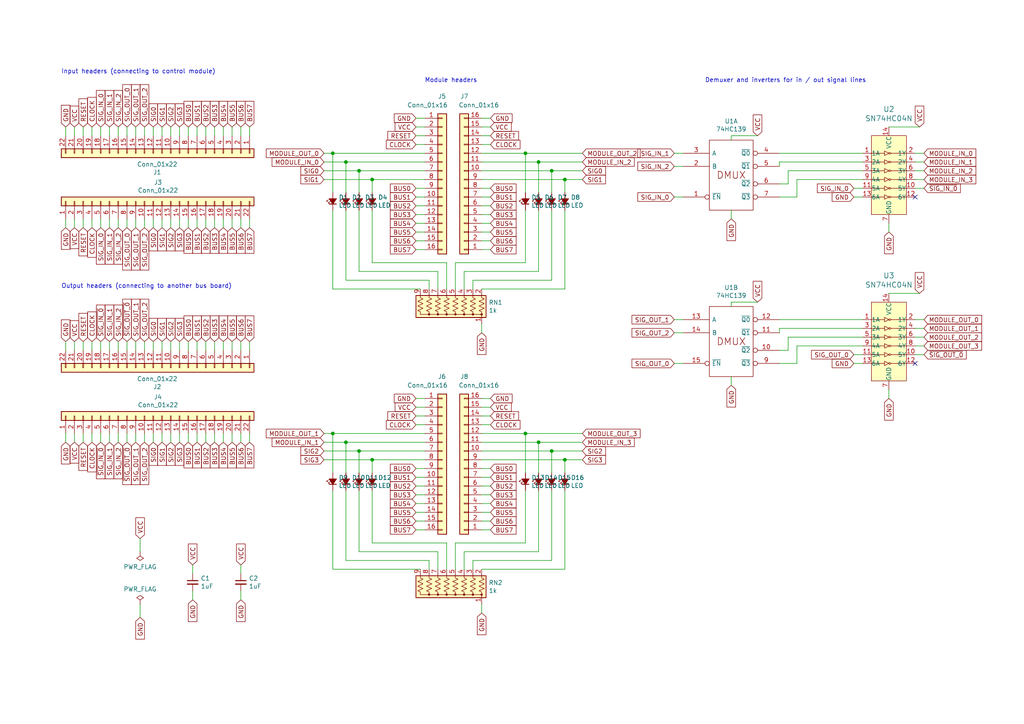
<source format=kicad_sch>
(kicad_sch (version 20230121) (generator eeschema)
  (paper "A4")
  (junction (at 156.21 46.99))
  (junction (at 96.52 44.45))
  (junction (at 107.95 52.07))
  (junction (at 160.02 130.81))
  (junction (at 152.4 125.73))
  (junction (at 107.95 133.35))
  (junction (at 100.33 46.99))
  (junction (at 104.14 130.81))
  (junction (at 96.52 125.73))
  (junction (at 156.21 128.27))
  (junction (at 163.83 52.07))
  (junction (at 152.4 44.45))
  (junction (at 163.83 133.35))
  (junction (at 104.14 49.53))
  (junction (at 100.33 128.27))
  (junction (at 160.02 49.53))
  (no_connect (at 265.43 105.41))
  (no_connect (at 265.43 57.15))
  (wire (pts (xy 134.62 160.02) (xy 156.21 160.02)))
  (wire (pts (xy 266.7 85.09) (xy 257.81 85.09)))
  (wire (pts (xy 93.98 133.35) (xy 107.95 133.35)))
  (wire (pts (xy 120.65 151.13) (xy 123.19 151.13)))
  (wire (pts (xy 69.85 39.37) (xy 69.85 36.83)))
  (wire (pts (xy 31.75 66.04) (xy 31.75 63.5)))
  (wire (pts (xy 104.14 142.24) (xy 104.14 160.02)))
  (wire (pts (xy 19.05 66.04) (xy 19.05 63.5)))
  (wire (pts (xy 41.91 128.27) (xy 41.91 125.73)))
  (wire (pts (xy 120.65 34.29) (xy 123.19 34.29)))
  (wire (pts (xy 36.83 66.04) (xy 36.83 63.5)))
  (wire (pts (xy 195.58 92.71) (xy 198.12 92.71)))
  (wire (pts (xy 228.6 53.34) (xy 226.06 53.34)))
  (wire (pts (xy 124.46 162.56) (xy 124.46 165.1)))
  (wire (pts (xy 226.06 105.41) (xy 231.14 105.41)))
  (wire (pts (xy 34.29 66.04) (xy 34.29 63.5)))
  (wire (pts (xy 69.85 63.5) (xy 69.85 66.04)))
  (wire (pts (xy 46.99 128.27) (xy 46.99 125.73)))
  (wire (pts (xy 46.99 36.83) (xy 46.99 39.37)))
  (wire (pts (xy 96.52 137.16) (xy 96.52 125.73)))
  (wire (pts (xy 107.95 142.24) (xy 107.95 157.48)))
  (wire (pts (xy 265.43 100.33) (xy 267.97 100.33)))
  (wire (pts (xy 67.31 36.83) (xy 67.31 39.37)))
  (wire (pts (xy 100.33 81.28) (xy 124.46 81.28)))
  (wire (pts (xy 212.09 87.63) (xy 212.09 88.9)))
  (wire (pts (xy 21.59 99.06) (xy 21.59 101.6)))
  (wire (pts (xy 44.45 36.83) (xy 44.45 39.37)))
  (wire (pts (xy 104.14 49.53) (xy 123.19 49.53)))
  (wire (pts (xy 64.77 66.04) (xy 64.77 63.5)))
  (wire (pts (xy 120.65 36.83) (xy 123.19 36.83)))
  (wire (pts (xy 72.39 39.37) (xy 72.39 36.83)))
  (wire (pts (xy 72.39 66.04) (xy 72.39 63.5)))
  (wire (pts (xy 100.33 128.27) (xy 123.19 128.27)))
  (wire (pts (xy 67.31 99.06) (xy 67.31 101.6)))
  (wire (pts (xy 160.02 162.56) (xy 137.16 162.56)))
  (wire (pts (xy 142.24 67.31) (xy 139.7 67.31)))
  (wire (pts (xy 142.24 36.83) (xy 139.7 36.83)))
  (wire (pts (xy 142.24 57.15) (xy 139.7 57.15)))
  (wire (pts (xy 132.08 157.48) (xy 132.08 165.1)))
  (wire (pts (xy 21.59 66.04) (xy 21.59 63.5)))
  (wire (pts (xy 62.23 36.83) (xy 62.23 39.37)))
  (wire (pts (xy 120.65 64.77) (xy 123.19 64.77)))
  (wire (pts (xy 168.91 125.73) (xy 152.4 125.73)))
  (wire (pts (xy 195.58 105.41) (xy 198.12 105.41)))
  (wire (pts (xy 29.21 128.27) (xy 29.21 125.73)))
  (wire (pts (xy 265.43 44.45) (xy 267.97 44.45)))
  (wire (pts (xy 142.24 72.39) (xy 139.7 72.39)))
  (wire (pts (xy 120.65 120.65) (xy 123.19 120.65)))
  (wire (pts (xy 219.71 39.37) (xy 212.09 39.37)))
  (wire (pts (xy 120.65 153.67) (xy 123.19 153.67)))
  (wire (pts (xy 39.37 36.83) (xy 39.37 39.37)))
  (wire (pts (xy 142.24 69.85) (xy 139.7 69.85)))
  (wire (pts (xy 120.65 39.37) (xy 123.19 39.37)))
  (wire (pts (xy 72.39 128.27) (xy 72.39 125.73)))
  (wire (pts (xy 104.14 60.96) (xy 104.14 78.74)))
  (wire (pts (xy 96.52 60.96) (xy 96.52 83.82)))
  (wire (pts (xy 168.91 46.99) (xy 156.21 46.99)))
  (wire (pts (xy 36.83 36.83) (xy 36.83 39.37)))
  (wire (pts (xy 265.43 97.79) (xy 267.97 97.79)))
  (wire (pts (xy 142.24 59.69) (xy 139.7 59.69)))
  (wire (pts (xy 67.31 66.04) (xy 67.31 63.5)))
  (wire (pts (xy 163.83 133.35) (xy 139.7 133.35)))
  (wire (pts (xy 152.4 125.73) (xy 139.7 125.73)))
  (wire (pts (xy 156.21 78.74) (xy 156.21 60.96)))
  (wire (pts (xy 26.67 99.06) (xy 26.67 101.6)))
  (wire (pts (xy 41.91 99.06) (xy 41.91 101.6)))
  (wire (pts (xy 226.06 101.6) (xy 228.6 101.6)))
  (wire (pts (xy 231.14 100.33) (xy 231.14 105.41)))
  (wire (pts (xy 100.33 60.96) (xy 100.33 81.28)))
  (wire (pts (xy 142.24 41.91) (xy 139.7 41.91)))
  (wire (pts (xy 168.91 52.07) (xy 163.83 52.07)))
  (wire (pts (xy 24.13 66.04) (xy 24.13 63.5)))
  (wire (pts (xy 104.14 160.02) (xy 127 160.02)))
  (wire (pts (xy 142.24 120.65) (xy 139.7 120.65)))
  (wire (pts (xy 107.95 137.16) (xy 107.95 133.35)))
  (wire (pts (xy 96.52 44.45) (xy 123.19 44.45)))
  (wire (pts (xy 137.16 81.28) (xy 137.16 83.82)))
  (wire (pts (xy 156.21 55.88) (xy 156.21 46.99)))
  (wire (pts (xy 100.33 46.99) (xy 123.19 46.99)))
  (wire (pts (xy 163.83 52.07) (xy 139.7 52.07)))
  (wire (pts (xy 212.09 39.37) (xy 212.09 40.64)))
  (wire (pts (xy 132.08 76.2) (xy 132.08 83.82)))
  (wire (pts (xy 52.07 99.06) (xy 52.07 101.6)))
  (wire (pts (xy 250.19 49.53) (xy 228.6 49.53)))
  (wire (pts (xy 107.95 76.2) (xy 129.54 76.2)))
  (wire (pts (xy 142.24 140.97) (xy 139.7 140.97)))
  (wire (pts (xy 226.06 95.25) (xy 250.19 95.25)))
  (wire (pts (xy 120.65 143.51) (xy 123.19 143.51)))
  (wire (pts (xy 72.39 101.6) (xy 72.39 99.06)))
  (wire (pts (xy 120.65 138.43) (xy 123.19 138.43)))
  (wire (pts (xy 247.65 54.61) (xy 250.19 54.61)))
  (wire (pts (xy 34.29 128.27) (xy 34.29 125.73)))
  (wire (pts (xy 96.52 125.73) (xy 123.19 125.73)))
  (wire (pts (xy 265.43 54.61) (xy 267.97 54.61)))
  (wire (pts (xy 124.46 81.28) (xy 124.46 83.82)))
  (wire (pts (xy 55.88 163.83) (xy 55.88 166.37)))
  (wire (pts (xy 142.24 123.19) (xy 139.7 123.19)))
  (wire (pts (xy 120.65 54.61) (xy 123.19 54.61)))
  (wire (pts (xy 104.14 55.88) (xy 104.14 49.53)))
  (wire (pts (xy 163.83 55.88) (xy 163.83 52.07)))
  (wire (pts (xy 156.21 46.99) (xy 139.7 46.99)))
  (wire (pts (xy 54.61 66.04) (xy 54.61 63.5)))
  (wire (pts (xy 26.67 128.27) (xy 26.67 125.73)))
  (wire (pts (xy 129.54 76.2) (xy 129.54 83.82)))
  (wire (pts (xy 26.67 36.83) (xy 26.67 39.37)))
  (wire (pts (xy 142.24 135.89) (xy 139.7 135.89)))
  (wire (pts (xy 120.65 72.39) (xy 123.19 72.39)))
  (wire (pts (xy 120.65 69.85) (xy 123.19 69.85)))
  (wire (pts (xy 100.33 137.16) (xy 100.33 128.27)))
  (wire (pts (xy 52.07 66.04) (xy 52.07 63.5)))
  (wire (pts (xy 168.91 128.27) (xy 156.21 128.27)))
  (wire (pts (xy 100.33 142.24) (xy 100.33 162.56)))
  (wire (pts (xy 69.85 173.99) (xy 69.85 171.45)))
  (wire (pts (xy 152.4 142.24) (xy 152.4 157.48)))
  (wire (pts (xy 44.45 66.04) (xy 44.45 63.5)))
  (wire (pts (xy 57.15 128.27) (xy 57.15 125.73)))
  (wire (pts (xy 96.52 83.82) (xy 121.92 83.82)))
  (wire (pts (xy 93.98 125.73) (xy 96.52 125.73)))
  (wire (pts (xy 152.4 55.88) (xy 152.4 44.45)))
  (wire (pts (xy 142.24 146.05) (xy 139.7 146.05)))
  (wire (pts (xy 139.7 177.8) (xy 139.7 175.26)))
  (wire (pts (xy 142.24 151.13) (xy 139.7 151.13)))
  (wire (pts (xy 93.98 49.53) (xy 104.14 49.53)))
  (wire (pts (xy 41.91 66.04) (xy 41.91 63.5)))
  (wire (pts (xy 31.75 36.83) (xy 31.75 39.37)))
  (wire (pts (xy 226.06 95.25) (xy 226.06 96.52)))
  (wire (pts (xy 29.21 99.06) (xy 29.21 101.6)))
  (wire (pts (xy 142.24 34.29) (xy 139.7 34.29)))
  (wire (pts (xy 104.14 130.81) (xy 123.19 130.81)))
  (wire (pts (xy 64.77 99.06) (xy 64.77 101.6)))
  (wire (pts (xy 21.59 36.83) (xy 21.59 39.37)))
  (wire (pts (xy 139.7 96.52) (xy 139.7 93.98)))
  (wire (pts (xy 231.14 100.33) (xy 250.19 100.33)))
  (wire (pts (xy 19.05 36.83) (xy 19.05 39.37)))
  (wire (pts (xy 168.91 44.45) (xy 152.4 44.45)))
  (wire (pts (xy 156.21 160.02) (xy 156.21 142.24)))
  (wire (pts (xy 49.53 36.83) (xy 49.53 39.37)))
  (wire (pts (xy 163.83 137.16) (xy 163.83 133.35)))
  (wire (pts (xy 107.95 55.88) (xy 107.95 52.07)))
  (wire (pts (xy 54.61 128.27) (xy 54.61 125.73)))
  (wire (pts (xy 265.43 49.53) (xy 267.97 49.53)))
  (wire (pts (xy 160.02 49.53) (xy 139.7 49.53)))
  (wire (pts (xy 142.24 138.43) (xy 139.7 138.43)))
  (wire (pts (xy 142.24 153.67) (xy 139.7 153.67)))
  (wire (pts (xy 120.65 41.91) (xy 123.19 41.91)))
  (wire (pts (xy 21.59 128.27) (xy 21.59 125.73)))
  (wire (pts (xy 120.65 135.89) (xy 123.19 135.89)))
  (wire (pts (xy 134.62 83.82) (xy 134.62 78.74)))
  (wire (pts (xy 49.53 66.04) (xy 49.53 63.5)))
  (wire (pts (xy 120.65 118.11) (xy 123.19 118.11)))
  (wire (pts (xy 120.65 148.59) (xy 123.19 148.59)))
  (wire (pts (xy 265.43 52.07) (xy 267.97 52.07)))
  (wire (pts (xy 163.83 83.82) (xy 163.83 60.96)))
  (wire (pts (xy 247.65 102.87) (xy 250.19 102.87)))
  (wire (pts (xy 156.21 128.27) (xy 139.7 128.27)))
  (wire (pts (xy 54.61 99.06) (xy 54.61 101.6)))
  (wire (pts (xy 19.05 99.06) (xy 19.05 101.6)))
  (wire (pts (xy 52.07 36.83) (xy 52.07 39.37)))
  (wire (pts (xy 142.24 62.23) (xy 139.7 62.23)))
  (wire (pts (xy 62.23 99.06) (xy 62.23 101.6)))
  (wire (pts (xy 93.98 44.45) (xy 96.52 44.45)))
  (wire (pts (xy 69.85 101.6) (xy 69.85 99.06)))
  (wire (pts (xy 46.99 99.06) (xy 46.99 101.6)))
  (wire (pts (xy 152.4 76.2) (xy 132.08 76.2)))
  (wire (pts (xy 62.23 66.04) (xy 62.23 63.5)))
  (wire (pts (xy 104.14 78.74) (xy 127 78.74)))
  (wire (pts (xy 26.67 66.04) (xy 26.67 63.5)))
  (wire (pts (xy 160.02 81.28) (xy 137.16 81.28)))
  (wire (pts (xy 142.24 148.59) (xy 139.7 148.59)))
  (wire (pts (xy 265.43 95.25) (xy 267.97 95.25)))
  (wire (pts (xy 36.83 128.27) (xy 36.83 125.73)))
  (wire (pts (xy 67.31 128.27) (xy 67.31 125.73)))
  (wire (pts (xy 247.65 105.41) (xy 250.19 105.41)))
  (wire (pts (xy 265.43 92.71) (xy 267.97 92.71)))
  (wire (pts (xy 139.7 165.1) (xy 163.83 165.1)))
  (wire (pts (xy 107.95 133.35) (xy 123.19 133.35)))
  (wire (pts (xy 152.4 44.45) (xy 139.7 44.45)))
  (wire (pts (xy 104.14 137.16) (xy 104.14 130.81)))
  (wire (pts (xy 44.45 99.06) (xy 44.45 101.6)))
  (wire (pts (xy 152.4 157.48) (xy 132.08 157.48)))
  (wire (pts (xy 44.45 128.27) (xy 44.45 125.73)))
  (wire (pts (xy 59.69 66.04) (xy 59.69 63.5)))
  (wire (pts (xy 54.61 36.83) (xy 54.61 39.37)))
  (wire (pts (xy 39.37 128.27) (xy 39.37 125.73)))
  (wire (pts (xy 24.13 36.83) (xy 24.13 39.37)))
  (wire (pts (xy 226.06 57.15) (xy 231.14 57.15)))
  (wire (pts (xy 93.98 46.99) (xy 100.33 46.99)))
  (wire (pts (xy 247.65 57.15) (xy 250.19 57.15)))
  (wire (pts (xy 160.02 142.24) (xy 160.02 162.56)))
  (wire (pts (xy 142.24 54.61) (xy 139.7 54.61)))
  (wire (pts (xy 127 160.02) (xy 127 165.1)))
  (wire (pts (xy 250.19 46.99) (xy 226.06 46.99)))
  (wire (pts (xy 212.09 63.5) (xy 212.09 60.96)))
  (wire (pts (xy 96.52 165.1) (xy 121.92 165.1)))
  (wire (pts (xy 34.29 99.06) (xy 34.29 101.6)))
  (wire (pts (xy 127 78.74) (xy 127 83.82)))
  (wire (pts (xy 107.95 52.07) (xy 123.19 52.07)))
  (wire (pts (xy 195.58 48.26) (xy 198.12 48.26)))
  (wire (pts (xy 142.24 64.77) (xy 139.7 64.77)))
  (wire (pts (xy 250.19 44.45) (xy 226.06 44.45)))
  (wire (pts (xy 59.69 99.06) (xy 59.69 101.6)))
  (wire (pts (xy 100.33 162.56) (xy 124.46 162.56)))
  (wire (pts (xy 24.13 128.27) (xy 24.13 125.73)))
  (wire (pts (xy 41.91 36.83) (xy 41.91 39.37)))
  (wire (pts (xy 168.91 49.53) (xy 160.02 49.53)))
  (wire (pts (xy 257.81 67.31) (xy 257.81 64.77)))
  (wire (pts (xy 39.37 66.04) (xy 39.37 63.5)))
  (wire (pts (xy 137.16 162.56) (xy 137.16 165.1)))
  (wire (pts (xy 100.33 55.88) (xy 100.33 46.99)))
  (wire (pts (xy 59.69 36.83) (xy 59.69 39.37)))
  (wire (pts (xy 69.85 163.83) (xy 69.85 166.37)))
  (wire (pts (xy 163.83 165.1) (xy 163.83 142.24)))
  (wire (pts (xy 24.13 99.06) (xy 24.13 101.6)))
  (wire (pts (xy 228.6 49.53) (xy 228.6 53.34)))
  (wire (pts (xy 120.65 123.19) (xy 123.19 123.19)))
  (wire (pts (xy 231.14 52.07) (xy 231.14 57.15)))
  (wire (pts (xy 49.53 128.27) (xy 49.53 125.73)))
  (wire (pts (xy 195.58 44.45) (xy 198.12 44.45)))
  (wire (pts (xy 152.4 60.96) (xy 152.4 76.2)))
  (wire (pts (xy 39.37 99.06) (xy 39.37 101.6)))
  (wire (pts (xy 31.75 99.06) (xy 31.75 101.6)))
  (wire (pts (xy 195.58 96.52) (xy 198.12 96.52)))
  (wire (pts (xy 93.98 128.27) (xy 100.33 128.27)))
  (wire (pts (xy 160.02 130.81) (xy 160.02 137.16)))
  (wire (pts (xy 142.24 143.51) (xy 139.7 143.51)))
  (wire (pts (xy 57.15 66.04) (xy 57.15 63.5)))
  (wire (pts (xy 57.15 36.83) (xy 57.15 39.37)))
  (wire (pts (xy 168.91 133.35) (xy 163.83 133.35)))
  (wire (pts (xy 160.02 130.81) (xy 139.7 130.81)))
  (wire (pts (xy 34.29 36.83) (xy 34.29 39.37)))
  (wire (pts (xy 228.6 97.79) (xy 250.19 97.79)))
  (wire (pts (xy 142.24 39.37) (xy 139.7 39.37)))
  (wire (pts (xy 46.99 66.04) (xy 46.99 63.5)))
  (wire (pts (xy 120.65 59.69) (xy 123.19 59.69)))
  (wire (pts (xy 129.54 157.48) (xy 129.54 165.1)))
  (wire (pts (xy 195.58 57.15) (xy 198.12 57.15)))
  (wire (pts (xy 250.19 52.07) (xy 231.14 52.07)))
  (wire (pts (xy 160.02 49.53) (xy 160.02 55.88)))
  (wire (pts (xy 31.75 128.27) (xy 31.75 125.73)))
  (wire (pts (xy 107.95 157.48) (xy 129.54 157.48)))
  (wire (pts (xy 142.24 115.57) (xy 139.7 115.57)))
  (wire (pts (xy 152.4 137.16) (xy 152.4 125.73)))
  (wire (pts (xy 120.65 115.57) (xy 123.19 115.57)))
  (wire (pts (xy 120.65 146.05) (xy 123.19 146.05)))
  (wire (pts (xy 134.62 165.1) (xy 134.62 160.02)))
  (wire (pts (xy 265.43 46.99) (xy 267.97 46.99)))
  (wire (pts (xy 40.64 179.07) (xy 40.64 175.26)))
  (wire (pts (xy 156.21 137.16) (xy 156.21 128.27)))
  (wire (pts (xy 212.09 111.76) (xy 212.09 109.22)))
  (wire (pts (xy 160.02 60.96) (xy 160.02 81.28)))
  (wire (pts (xy 120.65 140.97) (xy 123.19 140.97)))
  (wire (pts (xy 69.85 125.73) (xy 69.85 128.27)))
  (wire (pts (xy 107.95 60.96) (xy 107.95 76.2)))
  (wire (pts (xy 36.83 99.06) (xy 36.83 101.6)))
  (wire (pts (xy 93.98 130.81) (xy 104.14 130.81)))
  (wire (pts (xy 134.62 78.74) (xy 156.21 78.74)))
  (wire (pts (xy 226.06 92.71) (xy 250.19 92.71)))
  (wire (pts (xy 40.64 156.21) (xy 40.64 160.02)))
  (wire (pts (xy 265.43 102.87) (xy 267.97 102.87)))
  (wire (pts (xy 59.69 128.27) (xy 59.69 125.73)))
  (wire (pts (xy 226.06 46.99) (xy 226.06 48.26)))
  (wire (pts (xy 120.65 67.31) (xy 123.19 67.31)))
  (wire (pts (xy 266.7 36.83) (xy 257.81 36.83)))
  (wire (pts (xy 120.65 57.15) (xy 123.19 57.15)))
  (wire (pts (xy 57.15 99.06) (xy 57.15 101.6)))
  (wire (pts (xy 49.53 99.06) (xy 49.53 101.6)))
  (wire (pts (xy 52.07 128.27) (xy 52.07 125.73)))
  (wire (pts (xy 29.21 66.04) (xy 29.21 63.5)))
  (wire (pts (xy 168.91 130.81) (xy 160.02 130.81)))
  (wire (pts (xy 142.24 118.11) (xy 139.7 118.11)))
  (wire (pts (xy 62.23 128.27) (xy 62.23 125.73)))
  (wire (pts (xy 120.65 62.23) (xy 123.19 62.23)))
  (wire (pts (xy 96.52 55.88) (xy 96.52 44.45)))
  (wire (pts (xy 19.05 128.27) (xy 19.05 125.73)))
  (wire (pts (xy 29.21 36.83) (xy 29.21 39.37)))
  (wire (pts (xy 219.71 87.63) (xy 212.09 87.63)))
  (wire (pts (xy 257.81 115.57) (xy 257.81 113.03)))
  (wire (pts (xy 228.6 97.79) (xy 228.6 101.6)))
  (wire (pts (xy 139.7 83.82) (xy 163.83 83.82)))
  (wire (pts (xy 64.77 36.83) (xy 64.77 39.37)))
  (wire (pts (xy 93.98 52.07) (xy 107.95 52.07)))
  (wire (pts (xy 96.52 142.24) (xy 96.52 165.1)))
  (wire (pts (xy 55.88 173.99) (xy 55.88 171.45)))
  (wire (pts (xy 64.77 128.27) (xy 64.77 125.73)))
  (text "Module headers" (at 138.43 24.13 0) (effects (font (size 1.27 1.27)) (justify right bottom)))
  (text "Output headers (connecting to another bus board)" (at 17.78 83.82 0) (effects (font (size 1.27 1.27)) (justify left bottom)))
  (text "Input headers (connecting to control module)" (at 17.78 21.59 0) (effects (font (size 1.27 1.27)) (justify left bottom)))
  (text "Demuxer and inverters for in / out signal lines" (at 204.47 24.13 0) (effects (font (size 1.27 1.27)) (justify left bottom)))
  (global_label "SIG2" (shape input) (at 93.98 130.81 180) (property "Intersheetrefs" "${INTERSHEET_REFS}" (effects hide)))
  (global_label "BUS6" (shape input) (at 120.65 151.13 180) (property "Intersheetrefs" "${INTERSHEET_REFS}" (effects hide)))
  (global_label "RESET" (shape input) (at 24.13 36.83 90) (property "Intersheetrefs" "${INTERSHEET_REFS}" (effects hide)))
  (global_label "BUS5" (shape input) (at 120.65 67.31 180) (property "Intersheetrefs" "${INTERSHEET_REFS}" (effects hide)))
  (global_label "BUS3" (shape input) (at 142.24 62.23 0) (property "Intersheetrefs" "${INTERSHEET_REFS}" (effects hide)))
  (global_label "BUS0" (shape input) (at 54.61 36.83 90) (property "Intersheetrefs" "${INTERSHEET_REFS}" (effects hide)))
  (global_label "SIG_IN_2" (shape input) (at 34.29 36.83 90) (property "Intersheetrefs" "${INTERSHEET_REFS}" (effects hide)))
  (global_label "VCC" (shape input) (at 142.24 118.11 0) (property "Intersheetrefs" "${INTERSHEET_REFS}" (effects hide)))
  (global_label "GND" (shape input) (at 120.65 34.29 180) (property "Intersheetrefs" "${INTERSHEET_REFS}" (effects hide)))
  (global_label "SIG_IN_2" (shape input) (at 195.58 48.26 180) (property "Intersheetrefs" "${INTERSHEET_REFS}" (effects hide)))
  (global_label "BUS5" (shape input) (at 67.31 128.27 270) (property "Intersheetrefs" "${INTERSHEET_REFS}" (effects hide)))
  (global_label "MODULE_OUT_1" (shape input) (at 267.97 95.25 0) (property "Intersheetrefs" "${INTERSHEET_REFS}" (effects hide)))
  (global_label "BUS4" (shape input) (at 64.77 36.83 90) (property "Intersheetrefs" "${INTERSHEET_REFS}" (effects hide)))
  (global_label "VCC" (shape input) (at 120.65 118.11 180) (property "Intersheetrefs" "${INTERSHEET_REFS}" (effects hide)))
  (global_label "BUS0" (shape input) (at 142.24 54.61 0) (property "Intersheetrefs" "${INTERSHEET_REFS}" (effects hide)))
  (global_label "MODULE_OUT_1" (shape input) (at 93.98 125.73 180) (property "Intersheetrefs" "${INTERSHEET_REFS}" (effects hide)))
  (global_label "VCC" (shape input) (at 219.71 87.63 90) (property "Intersheetrefs" "${INTERSHEET_REFS}" (effects hide)))
  (global_label "BUS4" (shape input) (at 64.77 99.06 90) (property "Intersheetrefs" "${INTERSHEET_REFS}" (effects hide)))
  (global_label "~{SIG_OUT_0}" (shape input) (at 267.97 102.87 0) (property "Intersheetrefs" "${INTERSHEET_REFS}" (effects hide)))
  (global_label "GND" (shape input) (at 19.05 66.04 270) (property "Intersheetrefs" "${INTERSHEET_REFS}" (effects hide)))
  (global_label "SIG_IN_0" (shape input) (at 29.21 36.83 90) (property "Intersheetrefs" "${INTERSHEET_REFS}" (effects hide)))
  (global_label "SIG0" (shape input) (at 44.45 66.04 270) (property "Intersheetrefs" "${INTERSHEET_REFS}" (effects hide)))
  (global_label "VCC" (shape input) (at 21.59 128.27 270) (property "Intersheetrefs" "${INTERSHEET_REFS}" (effects hide)))
  (global_label "GND" (shape input) (at 55.88 173.99 270) (property "Intersheetrefs" "${INTERSHEET_REFS}" (effects hide)))
  (global_label "GND" (shape input) (at 19.05 36.83 90) (property "Intersheetrefs" "${INTERSHEET_REFS}" (effects hide)))
  (global_label "BUS0" (shape input) (at 54.61 99.06 90) (property "Intersheetrefs" "${INTERSHEET_REFS}" (effects hide)))
  (global_label "SIG_OUT_1" (shape input) (at 195.58 92.71 180) (property "Intersheetrefs" "${INTERSHEET_REFS}" (effects hide)))
  (global_label "SIG_OUT_1" (shape input) (at 39.37 99.06 90) (property "Intersheetrefs" "${INTERSHEET_REFS}" (effects hide)))
  (global_label "SIG_OUT_0" (shape input) (at 195.58 105.41 180) (property "Intersheetrefs" "${INTERSHEET_REFS}" (effects hide)))
  (global_label "BUS1" (shape input) (at 142.24 138.43 0) (property "Intersheetrefs" "${INTERSHEET_REFS}" (effects hide)))
  (global_label "BUS6" (shape input) (at 69.85 66.04 270) (property "Intersheetrefs" "${INTERSHEET_REFS}" (effects hide)))
  (global_label "MODULE_IN_3" (shape input) (at 267.97 52.07 0) (property "Intersheetrefs" "${INTERSHEET_REFS}" (effects hide)))
  (global_label "BUS4" (shape input) (at 120.65 146.05 180) (property "Intersheetrefs" "${INTERSHEET_REFS}" (effects hide)))
  (global_label "BUS7" (shape input) (at 120.65 72.39 180) (property "Intersheetrefs" "${INTERSHEET_REFS}" (effects hide)))
  (global_label "BUS5" (shape input) (at 67.31 66.04 270) (property "Intersheetrefs" "${INTERSHEET_REFS}" (effects hide)))
  (global_label "MODULE_OUT_2" (shape input) (at 267.97 97.79 0) (property "Intersheetrefs" "${INTERSHEET_REFS}" (effects hide)))
  (global_label "BUS6" (shape input) (at 120.65 69.85 180) (property "Intersheetrefs" "${INTERSHEET_REFS}" (effects hide)))
  (global_label "SIG_OUT_0" (shape input) (at 247.65 102.87 180) (property "Intersheetrefs" "${INTERSHEET_REFS}" (effects hide)))
  (global_label "MODULE_IN_1" (shape input) (at 93.98 128.27 180) (property "Intersheetrefs" "${INTERSHEET_REFS}" (effects hide)))
  (global_label "BUS0" (shape input) (at 54.61 66.04 270) (property "Intersheetrefs" "${INTERSHEET_REFS}" (effects hide)))
  (global_label "VCC" (shape input) (at 21.59 66.04 270) (property "Intersheetrefs" "${INTERSHEET_REFS}" (effects hide)))
  (global_label "VCC" (shape input) (at 142.24 36.83 0) (property "Intersheetrefs" "${INTERSHEET_REFS}" (effects hide)))
  (global_label "MODULE_OUT_3" (shape input) (at 267.97 100.33 0) (property "Intersheetrefs" "${INTERSHEET_REFS}" (effects hide)))
  (global_label "RESET" (shape input) (at 24.13 66.04 270) (property "Intersheetrefs" "${INTERSHEET_REFS}" (effects hide)))
  (global_label "BUS5" (shape input) (at 142.24 148.59 0) (property "Intersheetrefs" "${INTERSHEET_REFS}" (effects hide)))
  (global_label "SIG1" (shape input) (at 46.99 99.06 90) (property "Intersheetrefs" "${INTERSHEET_REFS}" (effects hide)))
  (global_label "VCC" (shape input) (at 219.71 39.37 90) (property "Intersheetrefs" "${INTERSHEET_REFS}" (effects hide)))
  (global_label "GND" (shape input) (at 142.24 34.29 0) (property "Intersheetrefs" "${INTERSHEET_REFS}" (effects hide)))
  (global_label "BUS5" (shape input) (at 142.24 67.31 0) (property "Intersheetrefs" "${INTERSHEET_REFS}" (effects hide)))
  (global_label "BUS1" (shape input) (at 142.24 57.15 0) (property "Intersheetrefs" "${INTERSHEET_REFS}" (effects hide)))
  (global_label "~{SIG_IN_0}" (shape input) (at 29.21 99.06 90) (property "Intersheetrefs" "${INTERSHEET_REFS}" (effects hide)))
  (global_label "SIG0" (shape input) (at 44.45 128.27 270) (property "Intersheetrefs" "${INTERSHEET_REFS}" (effects hide)))
  (global_label "SIG_IN_0" (shape input) (at 195.58 57.15 180) (property "Intersheetrefs" "${INTERSHEET_REFS}" (effects hide)))
  (global_label "SIG2" (shape input) (at 168.91 130.81 0) (property "Intersheetrefs" "${INTERSHEET_REFS}" (effects hide)))
  (global_label "BUS2" (shape input) (at 59.69 128.27 270) (property "Intersheetrefs" "${INTERSHEET_REFS}" (effects hide)))
  (global_label "GND" (shape input) (at 19.05 128.27 270) (property "Intersheetrefs" "${INTERSHEET_REFS}" (effects hide)))
  (global_label "CLOCK" (shape input) (at 26.67 36.83 90) (property "Intersheetrefs" "${INTERSHEET_REFS}" (effects hide)))
  (global_label "BUS3" (shape input) (at 120.65 143.51 180) (property "Intersheetrefs" "${INTERSHEET_REFS}" (effects hide)))
  (global_label "BUS2" (shape input) (at 120.65 59.69 180) (property "Intersheetrefs" "${INTERSHEET_REFS}" (effects hide)))
  (global_label "SIG0" (shape input) (at 168.91 49.53 0) (property "Intersheetrefs" "${INTERSHEET_REFS}" (effects hide)))
  (global_label "RESET" (shape input) (at 120.65 120.65 180) (property "Intersheetrefs" "${INTERSHEET_REFS}" (effects hide)))
  (global_label "SIG_OUT_2" (shape input) (at 41.91 66.04 270) (property "Intersheetrefs" "${INTERSHEET_REFS}" (effects hide)))
  (global_label "SIG_IN_0" (shape input) (at 29.21 66.04 270) (property "Intersheetrefs" "${INTERSHEET_REFS}" (effects hide)))
  (global_label "~{SIG_OUT_0}" (shape input) (at 36.83 99.06 90) (property "Intersheetrefs" "${INTERSHEET_REFS}" (effects hide)))
  (global_label "SIG_IN_2" (shape input) (at 34.29 128.27 270) (property "Intersheetrefs" "${INTERSHEET_REFS}" (effects hide)))
  (global_label "SIG_IN_1" (shape input) (at 31.75 128.27 270) (property "Intersheetrefs" "${INTERSHEET_REFS}" (effects hide)))
  (global_label "BUS6" (shape input) (at 142.24 151.13 0) (property "Intersheetrefs" "${INTERSHEET_REFS}" (effects hide)))
  (global_label "VCC" (shape input) (at 69.85 163.83 90) (property "Intersheetrefs" "${INTERSHEET_REFS}" (effects hide)))
  (global_label "BUS7" (shape input) (at 72.39 128.27 270) (property "Intersheetrefs" "${INTERSHEET_REFS}" (effects hide)))
  (global_label "BUS4" (shape input) (at 64.77 128.27 270) (property "Intersheetrefs" "${INTERSHEET_REFS}" (effects hide)))
  (global_label "CLOCK" (shape input) (at 26.67 99.06 90) (property "Intersheetrefs" "${INTERSHEET_REFS}" (effects hide)))
  (global_label "RESET" (shape input) (at 24.13 128.27 270) (property "Intersheetrefs" "${INTERSHEET_REFS}" (effects hide)))
  (global_label "BUS2" (shape input) (at 59.69 36.83 90) (property "Intersheetrefs" "${INTERSHEET_REFS}" (effects hide)))
  (global_label "BUS6" (shape input) (at 69.85 99.06 90) (property "Intersheetrefs" "${INTERSHEET_REFS}" (effects hide)))
  (global_label "BUS7" (shape input) (at 72.39 36.83 90) (property "Intersheetrefs" "${INTERSHEET_REFS}" (effects hide)))
  (global_label "BUS2" (shape input) (at 120.65 140.97 180) (property "Intersheetrefs" "${INTERSHEET_REFS}" (effects hide)))
  (global_label "GND" (shape input) (at 120.65 115.57 180) (property "Intersheetrefs" "${INTERSHEET_REFS}" (effects hide)))
  (global_label "BUS3" (shape input) (at 62.23 99.06 90) (property "Intersheetrefs" "${INTERSHEET_REFS}" (effects hide)))
  (global_label "BUS6" (shape input) (at 142.24 69.85 0) (property "Intersheetrefs" "${INTERSHEET_REFS}" (effects hide)))
  (global_label "SIG3" (shape input) (at 52.07 99.06 90) (property "Intersheetrefs" "${INTERSHEET_REFS}" (effects hide)))
  (global_label "SIG2" (shape input) (at 49.53 36.83 90) (property "Intersheetrefs" "${INTERSHEET_REFS}" (effects hide)))
  (global_label "GND" (shape input) (at 257.81 115.57 270) (property "Intersheetrefs" "${INTERSHEET_REFS}" (effects hide)))
  (global_label "VCC" (shape input) (at 21.59 99.06 90) (property "Intersheetrefs" "${INTERSHEET_REFS}" (effects hide)))
  (global_label "CLOCK" (shape input) (at 142.24 123.19 0) (property "Intersheetrefs" "${INTERSHEET_REFS}" (effects hide)))
  (global_label "SIG1" (shape input) (at 93.98 52.07 180) (property "Intersheetrefs" "${INTERSHEET_REFS}" (effects hide)))
  (global_label "MODULE_IN_3" (shape input) (at 168.91 128.27 0) (property "Intersheetrefs" "${INTERSHEET_REFS}" (effects hide)))
  (global_label "SIG2" (shape input) (at 49.53 99.06 90) (property "Intersheetrefs" "${INTERSHEET_REFS}" (effects hide)))
  (global_label "MODULE_OUT_2" (shape input) (at 168.91 44.45 0) (property "Intersheetrefs" "${INTERSHEET_REFS}" (effects hide)))
  (global_label "BUS7" (shape input) (at 142.24 153.67 0) (property "Intersheetrefs" "${INTERSHEET_REFS}" (effects hide)))
  (global_label "SIG_OUT_1" (shape input) (at 39.37 66.04 270) (property "Intersheetrefs" "${INTERSHEET_REFS}" (effects hide)))
  (global_label "~{SIG_OUT_0}" (shape input) (at 36.83 128.27 270) (property "Intersheetrefs" "${INTERSHEET_REFS}" (effects hide)))
  (global_label "VCC" (shape input) (at 21.59 36.83 90) (property "Intersheetrefs" "${INTERSHEET_REFS}" (effects hide)))
  (global_label "BUS4" (shape input) (at 64.77 66.04 270) (property "Intersheetrefs" "${INTERSHEET_REFS}" (effects hide)))
  (global_label "BUS3" (shape input) (at 62.23 128.27 270) (property "Intersheetrefs" "${INTERSHEET_REFS}" (effects hide)))
  (global_label "BUS7" (shape input) (at 72.39 66.04 270) (property "Intersheetrefs" "${INTERSHEET_REFS}" (effects hide)))
  (global_label "CLOCK" (shape input) (at 120.65 41.91 180) (property "Intersheetrefs" "${INTERSHEET_REFS}" (effects hide)))
  (global_label "VCC" (shape input) (at 120.65 36.83 180) (property "Intersheetrefs" "${INTERSHEET_REFS}" (effects hide)))
  (global_label "RESET" (shape input) (at 120.65 39.37 180) (property "Intersheetrefs" "${INTERSHEET_REFS}" (effects hide)))
  (global_label "GND" (shape input) (at 19.05 99.06 90) (property "Intersheetrefs" "${INTERSHEET_REFS}" (effects hide)))
  (global_label "VCC" (shape input) (at 40.64 156.21 90) (property "Intersheetrefs" "${INTERSHEET_REFS}" (effects hide)))
  (global_label "RESET" (shape input) (at 142.24 39.37 0) (property "Intersheetrefs" "${INTERSHEET_REFS}" (effects hide)))
  (global_label "GND" (shape input) (at 212.09 63.5 270) (property "Intersheetrefs" "${INTERSHEET_REFS}" (effects hide)))
  (global_label "VCC" (shape input) (at 55.88 163.83 90) (property "Intersheetrefs" "${INTERSHEET_REFS}" (effects hide)))
  (global_label "BUS3" (shape input) (at 62.23 66.04 270) (property "Intersheetrefs" "${INTERSHEET_REFS}" (effects hide)))
  (global_label "GND" (shape input) (at 212.09 111.76 270) (property "Intersheetrefs" "${INTERSHEET_REFS}" (effects hide)))
  (global_label "SIG0" (shape input) (at 93.98 49.53 180) (property "Intersheetrefs" "${INTERSHEET_REFS}" (effects hide)))
  (global_label "SIG0" (shape input) (at 44.45 99.06 90) (property "Intersheetrefs" "${INTERSHEET_REFS}" (effects hide)))
  (global_label "BUS2" (shape input) (at 142.24 59.69 0) (property "Intersheetrefs" "${INTERSHEET_REFS}" (effects hide)))
  (global_label "CLOCK" (shape input) (at 120.65 123.19 180) (property "Intersheetrefs" "${INTERSHEET_REFS}" (effects hide)))
  (global_label "MODULE_OUT_3" (shape input) (at 168.91 125.73 0) (property "Intersheetrefs" "${INTERSHEET_REFS}" (effects hide)))
  (global_label "BUS1" (shape input) (at 120.65 57.15 180) (property "Intersheetrefs" "${INTERSHEET_REFS}" (effects hide)))
  (global_label "BUS4" (shape input) (at 142.24 146.05 0) (property "Intersheetrefs" "${INTERSHEET_REFS}" (effects hide)))
  (global_label "SIG_OUT_2" (shape input) (at 41.91 128.27 270) (property "Intersheetrefs" "${INTERSHEET_REFS}" (effects hide)))
  (global_label "CLOCK" (shape input) (at 26.67 66.04 270) (property "Intersheetrefs" "${INTERSHEET_REFS}" (effects hide)))
  (global_label "BUS1" (shape input) (at 57.15 36.83 90) (property "Intersheetrefs" "${INTERSHEET_REFS}" (effects hide)))
  (global_label "BUS0" (shape input) (at 120.65 135.89 180) (property "Intersheetrefs" "${INTERSHEET_REFS}" (effects hide)))
  (global_label "BUS3" (shape input) (at 62.23 36.83 90) (property "Intersheetrefs" "${INTERSHEET_REFS}" (effects hide)))
  (global_label "SIG_IN_1" (shape input) (at 31.75 66.04 270) (property "Intersheetrefs" "${INTERSHEET_REFS}" (effects hide)))
  (global_label "SIG_OUT_0" (shape input) (at 36.83 36.83 90) (property "Intersheetrefs" "${INTERSHEET_REFS}" (effects hide)))
  (global_label "BUS1" (shape input) (at 57.15 128.27 270) (property "Intersheetrefs" "${INTERSHEET_REFS}" (effects hide)))
  (global_label "MODULE_IN_2" (shape input) (at 168.91 46.99 0) (property "Intersheetrefs" "${INTERSHEET_REFS}" (effects hide)))
  (global_label "SIG_OUT_1" (shape input) (at 39.37 36.83 90) (property "Intersheetrefs" "${INTERSHEET_REFS}" (effects hide)))
  (global_label "BUS0" (shape input) (at 54.61 128.27 270) (property "Intersheetrefs" "${INTERSHEET_REFS}" (effects hide)))
  (global_label "SIG_OUT_2" (shape input) (at 41.91 36.83 90) (property "Intersheetrefs" "${INTERSHEET_REFS}" (effects hide)))
  (global_label "SIG3" (shape input) (at 93.98 133.35 180) (property "Intersheetrefs" "${INTERSHEET_REFS}" (effects hide)))
  (global_label "BUS0" (shape input) (at 120.65 54.61 180) (property "Intersheetrefs" "${INTERSHEET_REFS}" (effects hide)))
  (global_label "BUS5" (shape input) (at 67.31 36.83 90) (property "Intersheetrefs" "${INTERSHEET_REFS}" (effects hide)))
  (global_label "BUS5" (shape input) (at 67.31 99.06 90) (property "Intersheetrefs" "${INTERSHEET_REFS}" (effects hide)))
  (global_label "SIG_OUT_2" (shape input) (at 41.91 99.06 90) (property "Intersheetrefs" "${INTERSHEET_REFS}" (effects hide)))
  (global_label "SIG3" (shape input) (at 52.07 36.83 90) (property "Intersheetrefs" "${INTERSHEET_REFS}" (effects hide)))
  (global_label "SIG3" (shape input) (at 168.91 133.35 0) (property "Intersheetrefs" "${INTERSHEET_REFS}" (effects hide)))
  (global_label "BUS2" (shape input) (at 142.24 140.97 0) (property "Intersheetrefs" "${INTERSHEET_REFS}" (effects hide)))
  (global_label "GND" (shape input) (at 139.7 177.8 270) (property "Intersheetrefs" "${INTERSHEET_REFS}" (effects hide)))
  (global_label "BUS7" (shape input) (at 142.24 72.39 0) (property "Intersheetrefs" "${INTERSHEET_REFS}" (effects hide)))
  (global_label "RESET" (shape input) (at 142.24 120.65 0) (property "Intersheetrefs" "${INTERSHEET_REFS}" (effects hide)))
  (global_label "BUS6" (shape input) (at 69.85 128.27 270) (property "Intersheetrefs" "${INTERSHEET_REFS}" (effects hide)))
  (global_label "SIG0" (shape input) (at 44.45 36.83 90) (property "Intersheetrefs" "${INTERSHEET_REFS}" (effects hide)))
  (global_label "SIG_IN_1" (shape input) (at 195.58 44.45 180) (property "Intersheetrefs" "${INTERSHEET_REFS}" (effects hide)))
  (global_label "SIG_OUT_0" (shape input) (at 36.83 66.04 270) (property "Intersheetrefs" "${INTERSHEET_REFS}" (effects hide)))
  (global_label "BUS6" (shape input) (at 69.85 36.83 90) (property "Intersheetrefs" "${INTERSHEET_REFS}" (effects hide)))
  (global_label "SIG3" (shape input) (at 52.07 66.04 270) (property "Intersheetrefs" "${INTERSHEET_REFS}" (effects hide)))
  (global_label "SIG3" (shape input) (at 52.07 128.27 270) (property "Intersheetrefs" "${INTERSHEET_REFS}" (effects hide)))
  (global_label "BUS4" (shape input) (at 142.24 64.77 0) (property "Intersheetrefs" "${INTERSHEET_REFS}" (effects hide)))
  (global_label "BUS2" (shape input) (at 59.69 66.04 270) (property "Intersheetrefs" "${INTERSHEET_REFS}" (effects hide)))
  (global_label "SIG_IN_2" (shape input) (at 34.29 66.04 270) (property "Intersheetrefs" "${INTERSHEET_REFS}" (effects hide)))
  (global_label "SIG_IN_0" (shape input) (at 247.65 54.61 180) (property "Intersheetrefs" "${INTERSHEET_REFS}" (effects hide)))
  (global_label "GND" (shape input) (at 247.65 105.41 180) (property "Intersheetrefs" "${INTERSHEET_REFS}" (effects hide)))
  (global_label "BUS1" (shape input) (at 57.15 66.04 270) (property "Intersheetrefs" "${INTERSHEET_REFS}" (effects hide)))
  (global_label "SIG1" (shape input) (at 46.99 128.27 270) (property "Intersheetrefs" "${INTERSHEET_REFS}" (effects hide)))
  (global_label "BUS1" (shape input) (at 120.65 138.43 180) (property "Intersheetrefs" "${INTERSHEET_REFS}" (effects hide)))
  (global_label "~{SIG_IN_0}" (shape input) (at 29.21 128.27 270) (property "Intersheetrefs" "${INTERSHEET_REFS}" (effects hide)))
  (global_label "GND" (shape input) (at 142.24 115.57 0) (property "Intersheetrefs" "${INTERSHEET_REFS}" (effects hide)))
  (global_label "BUS7" (shape input) (at 120.65 153.67 180) (property "Intersheetrefs" "${INTERSHEET_REFS}" (effects hide)))
  (global_label "GND" (shape input) (at 247.65 57.15 180) (property "Intersheetrefs" "${INTERSHEET_REFS}" (effects hide)))
  (global_label "~{SIG_IN_0}" (shape input) (at 267.97 54.61 0) (property "Intersheetrefs" "${INTERSHEET_REFS}" (effects hide)))
  (global_label "MODULE_IN_0" (shape input) (at 267.97 44.45 0) (property "Intersheetrefs" "${INTERSHEET_REFS}" (effects hide)))
  (global_label "MODULE_IN_1" (shape input) (at 267.97 46.99 0) (property "Intersheetrefs" "${INTERSHEET_REFS}" (effects hide)))
  (global_label "BUS4" (shape input) (at 120.65 64.77 180) (property "Intersheetrefs" "${INTERSHEET_REFS}" (effects hide)))
  (global_label "BUS3" (shape input) (at 120.65 62.23 180) (property "Intersheetrefs" "${INTERSHEET_REFS}" (effects hide)))
  (global_label "BUS3" (shape input) (at 142.24 143.51 0) (property "Intersheetrefs" "${INTERSHEET_REFS}" (effects hide)))
  (global_label "GND" (shape input) (at 257.81 67.31 270) (property "Intersheetrefs" "${INTERSHEET_REFS}" (effects hide)))
  (global_label "CLOCK" (shape input) (at 26.67 128.27 270) (property "Intersheetrefs" "${INTERSHEET_REFS}" (effects hide)))
  (global_label "BUS1" (shape input) (at 57.15 99.06 90) (property "Intersheetrefs" "${INTERSHEET_REFS}" (effects hide)))
  (global_label "SIG_IN_2" (shape input) (at 34.29 99.06 90) (property "Intersheetrefs" "${INTERSHEET_REFS}" (effects hide)))
  (global_label "GND" (shape input) (at 40.64 179.07 270) (property "Intersheetrefs" "${INTERSHEET_REFS}" (effects hide)))
  (global_label "MODULE_IN_2" (shape input) (at 267.97 49.53 0) (property "Intersheetrefs" "${INTERSHEET_REFS}" (effects hide)))
  (global_label "GND" (shape input) (at 139.7 96.52 270) (property "Intersheetrefs" "${INTERSHEET_REFS}" (effects hide)))
  (global_label "SIG2" (shape input) (at 49.53 128.27 270) (property "Intersheetrefs" "${INTERSHEET_REFS}" (effects hide)))
  (global_label "MODULE_IN_0" (shape input) (at 93.98 46.99 180) (property "Intersheetrefs" "${INTERSHEET_REFS}" (effects hide)))
  (global_label "SIG_IN_1" (shape input) (at 31.75 36.83 90) (property "Intersheetrefs" "${INTERSHEET_REFS}" (effects hide)))
  (global_label "MODULE_OUT_0" (shape input) (at 267.97 92.71 0) (property "Intersheetrefs" "${INTERSHEET_REFS}" (effects hide)))
  (global_label "CLOCK" (shape input) (at 142.24 41.91 0) (property "Intersheetrefs" "${INTERSHEET_REFS}" (effects hide)))
  (global_label "VCC" (shape input) (at 266.7 36.83 90) (property "Intersheetrefs" "${INTERSHEET_REFS}" (effects hide)))
  (global_label "MODULE_OUT_0" (shape input) (at 93.98 44.45 180) (property "Intersheetrefs" "${INTERSHEET_REFS}" (effects hide)))
  (global_label "SIG2" (shape input) (at 49.53 66.04 270) (property "Intersheetrefs" "${INTERSHEET_REFS}" (effects hide)))
  (global_label "BUS5" (shape input) (at 120.65 148.59 180) (property "Intersheetrefs" "${INTERSHEET_REFS}" (effects hide)))
  (global_label "SIG1" (shape input) (at 168.91 52.07 0) (property "Intersheetrefs" "${INTERSHEET_REFS}" (effects hide)))
  (global_label "RESET" (shape input) (at 24.13 99.06 90) (property "Intersheetrefs" "${INTERSHEET_REFS}" (effects hide)))
  (global_label "BUS7" (shape input) (at 72.39 99.06 90) (property "Intersheetrefs" "${INTERSHEET_REFS}" (effects hide)))
  (global_label "SIG1" (shape input) (at 46.99 36.83 90) (property "Intersheetrefs" "${INTERSHEET_REFS}" (effects hide)))
  (global_label "BUS2" (shape input) (at 59.69 99.06 90) (property "Intersheetrefs" "${INTERSHEET_REFS}" (effects hide)))
  (global_label "SIG_OUT_2" (shape input) (at 195.58 96.52 180) (property "Intersheetrefs" "${INTERSHEET_REFS}" (effects hide)))
  (global_label "VCC" (shape input) (at 266.7 85.09 90) (property "Intersheetrefs" "${INTERSHEET_REFS}" (effects hide)))
  (global_label "GND" (shape input) (at 69.85 173.99 270) (property "Intersheetrefs" "${INTERSHEET_REFS}" (effects hide)))
  (global_label "SIG_IN_1" (shape input) (at 31.75 99.06 90) (property "Intersheetrefs" "${INTERSHEET_REFS}" (effects hide)))
  (global_label "SIG_OUT_1" (shape input) (at 39.37 128.27 270) (property "Intersheetrefs" "${INTERSHEET_REFS}" (effects hide)))
  (global_label "SIG1" (shape input) (at 46.99 66.04 270) (property "Intersheetrefs" "${INTERSHEET_REFS}" (effects hide)))
  (global_label "BUS0" (shape input) (at 142.24 135.89 0) (property "Intersheetrefs" "${INTERSHEET_REFS}" (effects hide)))
  (symbol (lib_id "Connector_Generic:Conn_01x22") (at 46.99 44.45 270) (unit 1)
    (property "Reference" "J1" (at 45.6184 49.9618 90))
    (property "Value" "Conn_01x22" (at 45.6184 47.6504 90))
    (property "Footprint" "Connector_PinHeader_2.54mm:PinHeader_1x22_P2.54mm_Horizontal" (effects hide))
  )
  (symbol (lib_id "Connector_Generic:Conn_01x22") (at 44.45 58.42 90) (unit 1)
    (property "Reference" "J3" (at 45.8216 52.9082 90))
    (property "Value" "Conn_01x22" (at 45.8216 55.2196 90))
    (property "Footprint" "Connector_PinHeader_2.54mm:PinHeader_1x22_P2.54mm_Horizontal" (effects hide))
  )
  (symbol (lib_id "Connector_Generic:Conn_01x16") (at 128.27 52.07 0) (unit 1)
    (property "Reference" "J5" (at 127 27.94 0) (effects (justify left)))
    (property "Value" "Conn_01x16" (at 118.11 30.48 0) (effects (justify left)))
    (property "Footprint" "Connector_PinSocket_2.54mm:PinSocket_1x16_P2.54mm_Horizontal" (effects hide))
  )
  (symbol (lib_id "Connector_Generic:Conn_01x16") (at 134.62 54.61 180) (unit 1)
    (property "Reference" "J7" (at 135.89 27.94 0) (effects (justify left)))
    (property "Value" "Conn_01x16" (at 144.78 30.48 0) (effects (justify left)))
    (property "Footprint" "Connector_PinSocket_2.54mm:PinSocket_1x16_P2.54mm_Horizontal" (effects hide))
  )
  (symbol (lib_id "Connector_Generic:Conn_01x16") (at 128.27 133.35 0) (unit 1)
    (property "Reference" "J6" (at 127 109.22 0) (effects (justify left)))
    (property "Value" "Conn_01x16" (at 118.11 111.76 0) (effects (justify left)))
    (property "Footprint" "Connector_PinSocket_2.54mm:PinSocket_1x16_P2.54mm_Horizontal" (effects hide))
  )
  (symbol (lib_id "Connector_Generic:Conn_01x16") (at 134.62 135.89 180) (unit 1)
    (property "Reference" "J8" (at 135.89 109.22 0) (effects (justify left)))
    (property "Value" "Conn_01x16" (at 144.78 111.76 0) (effects (justify left)))
    (property "Footprint" "Connector_PinSocket_2.54mm:PinSocket_1x16_P2.54mm_Horizontal" (effects hide))
  )
  (symbol (lib_id "Bus-rescue:74LS139-74xx_IEEE") (at 212.09 50.8 0) (unit 1)
    (property "Reference" "U1" (at 212.09 35.1536 0))
    (property "Value" "74HC139" (at 212.09 37.465 0))
    (property "Footprint" "Package_DIP:DIP-16_W7.62mm" (effects hide))
  )
  (symbol (lib_id "Bus-rescue:74LS139-74xx_IEEE") (at 212.09 99.06 0) (unit 2)
    (property "Reference" "U1" (at 212.09 83.4136 0))
    (property "Value" "74HC139" (at 212.09 85.725 0))
    (property "Footprint" "Package_DIP:DIP-16_W7.62mm" (effects hide))
  )
  (symbol (lib_id "Bus-rescue:SN74LS04N-dk_Logic-Gates-and-Inverters") (at 257.81 52.07 0) (unit 1)
    (property "Reference" "U2" (at 257.81 31.6738 0) (effects (font (size 1.524 1.524))))
    (property "Value" "SN74HC04N" (at 257.81 34.3662 0) (effects (font (size 1.524 1.524))))
    (property "Footprint" "Package_DIP:DIP-14_W7.62mm" (effects hide))
    (property "Datasheet" "http://www.ti.com/lit/ds/symlink/sn74ls04.pdf" (effects hide))
    (property "Digi-Key_PN" "296-1629-5-ND" (effects hide))
    (property "MPN" "SN74LS04N" (effects hide))
    (property "Category" "Integrated Circuits (ICs)" (effects hide))
    (property "Family" "Logic - Gates and Inverters" (effects hide))
    (property "DK_Datasheet_Link" "http://www.ti.com/lit/ds/symlink/sn74ls04.pdf" (effects hide))
    (property "DK_Detail_Page" "/product-detail/en/texas-instruments/SN74LS04N/296-1629-5-ND/277275" (effects hide))
    (property "Description" "IC INVERTER 6CH 6-INP 14DIP" (effects hide))
    (property "Manufacturer" "Texas Instruments" (effects hide))
    (property "Status" "Active" (effects hide))
  )
  (symbol (lib_id "Bus-rescue:SN74LS04N-dk_Logic-Gates-and-Inverters") (at 257.81 100.33 0) (unit 1)
    (property "Reference" "U3" (at 257.81 79.9338 0) (effects (font (size 1.524 1.524))))
    (property "Value" "SN74HC04N" (at 257.81 82.6262 0) (effects (font (size 1.524 1.524))))
    (property "Footprint" "Package_DIP:DIP-14_W7.62mm" (effects hide))
    (property "Datasheet" "http://www.ti.com/lit/ds/symlink/sn74ls04.pdf" (effects hide))
    (property "Digi-Key_PN" "296-1629-5-ND" (effects hide))
    (property "MPN" "SN74LS04N" (effects hide))
    (property "Category" "Integrated Circuits (ICs)" (effects hide))
    (property "Family" "Logic - Gates and Inverters" (effects hide))
    (property "DK_Datasheet_Link" "http://www.ti.com/lit/ds/symlink/sn74ls04.pdf" (effects hide))
    (property "DK_Detail_Page" "/product-detail/en/texas-instruments/SN74LS04N/296-1629-5-ND/277275" (effects hide))
    (property "Description" "IC INVERTER 6CH 6-INP 14DIP" (effects hide))
    (property "Manufacturer" "Texas Instruments" (effects hide))
    (property "Status" "Active" (effects hide))
  )
  (symbol (lib_id "Connector_Generic:Conn_01x22") (at 46.99 106.68 270) (unit 1)
    (property "Reference" "J2" (at 45.6184 112.1918 90))
    (property "Value" "Conn_01x22" (at 45.6184 109.8804 90))
    (property "Footprint" "Connector_PinSocket_2.54mm:PinSocket_1x22_P2.54mm_Horizontal" (effects hide))
  )
  (symbol (lib_id "Connector_Generic:Conn_01x22") (at 44.45 120.65 90) (unit 1)
    (property "Reference" "J4" (at 45.8216 115.1382 90))
    (property "Value" "Conn_01x22" (at 45.8216 117.4496 90))
    (property "Footprint" "Connector_PinSocket_2.54mm:PinSocket_1x22_P2.54mm_Horizontal" (effects hide))
  )
  (symbol (lib_id "power:PWR_FLAG") (at 40.64 160.02 180) (unit 1)
    (property "Reference" "#FLG01" (effects hide))
    (property "Value" "PWR_FLAG" (at 40.64 164.4142 0))
  )
  (symbol (lib_id "power:PWR_FLAG") (at 40.64 175.26 0) (unit 1)
    (property "Reference" "#FLG02" (effects hide))
    (property "Value" "PWR_FLAG" (at 40.64 170.8658 0))
  )
  (symbol (lib_id "Device:C_Small") (at 55.88 168.91 0) (unit 1)
    (property "Reference" "C1" (at 58.2168 167.7416 0) (effects (justify left)))
    (property "Value" "1uF" (at 58.2168 170.053 0) (effects (justify left)))
    (property "Footprint" "Capacitor_THT:C_Disc_D3.4mm_W2.1mm_P2.50mm" (effects hide))
  )
  (symbol (lib_id "Device:C_Small") (at 69.85 168.91 0) (unit 1)
    (property "Reference" "C2" (at 72.1868 167.7416 0) (effects (justify left)))
    (property "Value" "1uF" (at 72.1868 170.053 0) (effects (justify left)))
    (property "Footprint" "Capacitor_THT:C_Disc_D3.4mm_W2.1mm_P2.50mm" (effects hide))
  )
  (symbol (lib_id "Device:R_Network08_US") (at 129.54 88.9 180) (unit 1)
    (property "Reference" "RN1" (at 141.732 87.7316 0) (effects (justify right)))
    (property "Value" "1k" (at 141.732 90.043 0) (effects (justify right)))
    (property "Footprint" "Resistor_THT:R_Array_SIP9" (effects hide))
    (property "Datasheet" "http://www.vishay.com/docs/31509/csc.pdf" (effects hide))
  )
  (symbol (lib_id "Bus-rescue:LED_Small_ALT-Device") (at 96.52 58.42 90) (unit 1)
    (property "Reference" "D1" (at 98.2472 57.2516 90) (effects (justify right)))
    (property "Value" "LED" (at 98.2472 59.563 90) (effects (justify right)))
    (property "Footprint" "LED_THT:LED_D3.0mm_Clear" (effects hide))
  )
  (symbol (lib_id "Bus-rescue:LED_Small_ALT-Device") (at 100.33 58.42 90) (unit 1)
    (property "Reference" "D2" (at 102.0572 57.2516 90) (effects (justify right)))
    (property "Value" "LED" (at 102.0572 59.563 90) (effects (justify right)))
    (property "Footprint" "LED_THT:LED_D3.0mm_Clear" (effects hide))
  )
  (symbol (lib_id "Bus-rescue:LED_Small_ALT-Device") (at 104.14 58.42 90) (unit 1)
    (property "Reference" "D3" (at 105.8672 57.2516 90) (effects (justify right)))
    (property "Value" "LED" (at 105.8672 59.563 90) (effects (justify right)))
    (property "Footprint" "LED_THT:LED_D3.0mm_Clear" (effects hide))
  )
  (symbol (lib_id "Bus-rescue:LED_Small_ALT-Device") (at 107.95 58.42 90) (unit 1)
    (property "Reference" "D4" (at 109.6772 57.2516 90) (effects (justify right)))
    (property "Value" "LED" (at 109.6772 59.563 90) (effects (justify right)))
    (property "Footprint" "LED_THT:LED_D3.0mm_Clear" (effects hide))
  )
  (symbol (lib_id "Bus-rescue:LED_Small_ALT-Device") (at 152.4 58.42 90) (unit 1)
    (property "Reference" "D5" (at 154.1272 57.2516 90) (effects (justify right)))
    (property "Value" "LED" (at 154.1272 59.563 90) (effects (justify right)))
    (property "Footprint" "LED_THT:LED_D3.0mm_Clear" (effects hide))
  )
  (symbol (lib_id "Bus-rescue:LED_Small_ALT-Device") (at 156.21 58.42 90) (unit 1)
    (property "Reference" "D6" (at 157.9372 57.2516 90) (effects (justify right)))
    (property "Value" "LED" (at 157.9372 59.563 90) (effects (justify right)))
    (property "Footprint" "LED_THT:LED_D3.0mm_Clear" (effects hide))
  )
  (symbol (lib_id "Bus-rescue:LED_Small_ALT-Device") (at 160.02 58.42 90) (unit 1)
    (property "Reference" "D7" (at 161.7472 57.2516 90) (effects (justify right)))
    (property "Value" "LED" (at 161.7472 59.563 90) (effects (justify right)))
    (property "Footprint" "LED_THT:LED_D3.0mm_Clear" (effects hide))
  )
  (symbol (lib_id "Bus-rescue:LED_Small_ALT-Device") (at 163.83 58.42 90) (unit 1)
    (property "Reference" "D8" (at 165.5572 57.2516 90) (effects (justify right)))
    (property "Value" "LED" (at 165.5572 59.563 90) (effects (justify right)))
    (property "Footprint" "LED_THT:LED_D3.0mm_Clear" (effects hide))
  )
  (symbol (lib_id "Device:R_Network08_US") (at 129.54 170.18 180) (unit 1)
    (property "Reference" "RN2" (at 141.732 169.0116 0) (effects (justify right)))
    (property "Value" "1k" (at 141.732 171.323 0) (effects (justify right)))
    (property "Footprint" "Resistor_THT:R_Array_SIP9" (effects hide))
    (property "Datasheet" "http://www.vishay.com/docs/31509/csc.pdf" (effects hide))
  )
  (symbol (lib_id "Bus-rescue:LED_Small_ALT-Device") (at 152.4 139.7 90) (unit 1)
    (property "Reference" "D13" (at 154.1272 138.5316 90) (effects (justify right)))
    (property "Value" "LED" (at 154.1272 140.843 90) (effects (justify right)))
    (property "Footprint" "LED_THT:LED_D3.0mm_Clear" (effects hide))
  )
  (symbol (lib_id "Bus-rescue:LED_Small_ALT-Device") (at 156.21 139.7 90) (unit 1)
    (property "Reference" "D14" (at 157.9372 138.5316 90) (effects (justify right)))
    (property "Value" "LED" (at 157.9372 140.843 90) (effects (justify right)))
    (property "Footprint" "LED_THT:LED_D3.0mm_Clear" (effects hide))
  )
  (symbol (lib_id "Bus-rescue:LED_Small_ALT-Device") (at 160.02 139.7 90) (unit 1)
    (property "Reference" "D15" (at 161.7472 138.5316 90) (effects (justify right)))
    (property "Value" "LED" (at 161.7472 140.843 90) (effects (justify right)))
    (property "Footprint" "LED_THT:LED_D3.0mm_Clear" (effects hide))
  )
  (symbol (lib_id "Bus-rescue:LED_Small_ALT-Device") (at 163.83 139.7 90) (unit 1)
    (property "Reference" "D16" (at 165.5572 138.5316 90) (effects (justify right)))
    (property "Value" "LED" (at 165.5572 140.843 90) (effects (justify right)))
    (property "Footprint" "LED_THT:LED_D3.0mm_Clear" (effects hide))
  )
  (symbol (lib_id "Bus-rescue:LED_Small_ALT-Device") (at 96.52 139.7 90) (unit 1)
    (property "Reference" "D9" (at 98.2472 138.5316 90) (effects (justify right)))
    (property "Value" "LED" (at 98.2472 140.843 90) (effects (justify right)))
    (property "Footprint" "LED_THT:LED_D3.0mm_Clear" (effects hide))
  )
  (symbol (lib_id "Bus-rescue:LED_Small_ALT-Device") (at 100.33 139.7 90) (unit 1)
    (property "Reference" "D10" (at 102.0572 138.5316 90) (effects (justify right)))
    (property "Value" "LED" (at 102.0572 140.843 90) (effects (justify right)))
    (property "Footprint" "LED_THT:LED_D3.0mm_Clear" (effects hide))
  )
  (symbol (lib_id "Bus-rescue:LED_Small_ALT-Device") (at 104.14 139.7 90) (unit 1)
    (property "Reference" "D11" (at 105.8672 138.5316 90) (effects (justify right)))
    (property "Value" "LED" (at 105.8672 140.843 90) (effects (justify right)))
    (property "Footprint" "LED_THT:LED_D3.0mm_Clear" (effects hide))
  )
  (symbol (lib_id "Bus-rescue:LED_Small_ALT-Device") (at 107.95 139.7 90) (unit 1)
    (property "Reference" "D12" (at 109.6772 138.5316 90) (effects (justify right)))
    (property "Value" "LED" (at 109.6772 140.843 90) (effects (justify right)))
    (property "Footprint" "LED_THT:LED_D3.0mm_Clear" (effects hide))
  )
)
</source>
